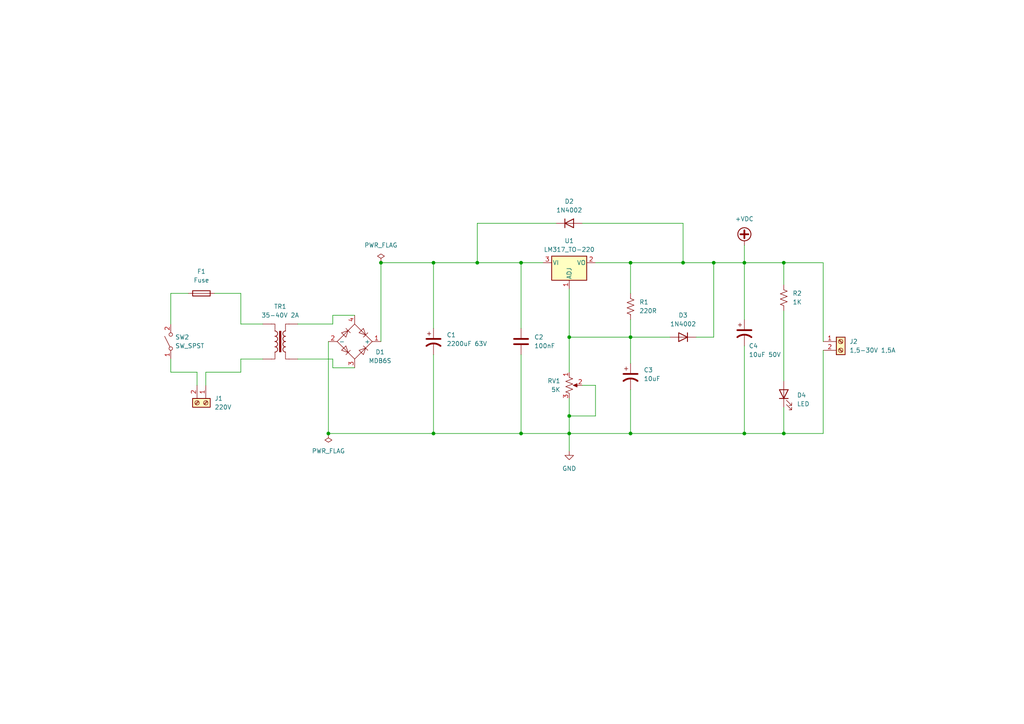
<source format=kicad_sch>
(kicad_sch (version 20250114) (generator "eeschema") (generator_version "9.0")
  (paper "A4")
  (lib_symbols
    (symbol "Connector:Screw_Terminal_01x02" (pin_names (offset 1.016) (hide yes))
      (property "Reference" "J" (at 0 2.54 0))
      (property "Value" "Screw_Terminal_01x02" (at 0 -5.08 0))
      (symbol "Screw_Terminal_01x02_1_1"
        (rectangle (start -1.27 1.27) (end 1.27 -3.81) (stroke (width 0.254)) (fill (type background)))
        (polyline (pts (xy -0.5334 0.3302) (xy 0.3302 -0.508)) (stroke (width 0.1524)))
        (polyline (pts (xy -0.5334 -2.2098) (xy 0.3302 -3.048)) (stroke (width 0.1524)))
        (polyline (pts (xy -0.3556 0.508) (xy 0.508 -0.3302)) (stroke (width 0.1524)))
        (polyline (pts (xy -0.3556 -2.032) (xy 0.508 -2.8702)) (stroke (width 0.1524)))
        (circle (center 0 0) (radius 0.635) (stroke (width 0.1524)))
        (circle (center 0 -2.54) (radius 0.635) (stroke (width 0.1524)))
        (pin passive line (at -5.08 0 0) (length 3.81) (name "Pin_1") (number "1"))
        (pin passive line (at -5.08 -2.54 0) (length 3.81) (name "Pin_2") (number "2"))
      )
    )
    (symbol "Device:C" (pin_numbers (hide yes)) (pin_names (offset 0.254))
      (property "Reference" "C" (at 0.635 2.54 0))
      (property "Value" "C" (at 0.635 -2.54 0))
      (symbol "C_0_1"
        (polyline (pts (xy -2.032 0.762) (xy 2.032 0.762)) (stroke (width 0.508)))
        (polyline (pts (xy -2.032 -0.762) (xy 2.032 -0.762)) (stroke (width 0.508)))
      )
      (symbol "C_1_1"
        (pin passive line (at 0 3.81 270) (length 2.794) (name "~") (number "1"))
        (pin passive line (at 0 -3.81 90) (length 2.794) (name "~") (number "2"))
      )
    )
    (symbol "Device:C_Polarized_US" (pin_numbers (hide yes)) (pin_names (offset 0.254) (hide yes))
      (property "Reference" "C" (at 0.635 2.54 0))
      (property "Value" "C_Polarized_US" (at 0.635 -2.54 0))
      (symbol "C_Polarized_US_0_1"
        (polyline (pts (xy -2.032 0.762) (xy 2.032 0.762)) (stroke (width 0.508)))
        (polyline (pts (xy -1.778 2.286) (xy -0.762 2.286)))
        (polyline (pts (xy -1.27 1.778) (xy -1.27 2.794)))
        (arc (start -2.032 -1.27) (mid 0 -0.5572) (end 2.032 -1.27) (stroke (width 0.508)))
      )
      (symbol "C_Polarized_US_1_1"
        (pin passive line (at 0 3.81 270) (length 2.794) (name "~") (number "1"))
        (pin passive line (at 0 -3.81 90) (length 3.302) (name "~") (number "2"))
      )
    )
    (symbol "Device:Fuse" (pin_numbers (hide yes)) (pin_names (offset 0))
      (property "Reference" "F" (at 2.032 0 90))
      (property "Value" "Fuse" (at -1.905 0 90))
      (symbol "Fuse_0_1"
        (rectangle (start -0.762 -2.54) (end 0.762 2.54) (stroke (width 0.254)))
        (polyline (pts (xy 0 2.54) (xy 0 -2.54)))
      )
      (symbol "Fuse_1_1"
        (pin passive line (at 0 3.81 270) (length 1.27) (name "~") (number "1"))
        (pin passive line (at 0 -3.81 90) (length 1.27) (name "~") (number "2"))
      )
    )
    (symbol "Device:LED" (pin_numbers (hide yes)) (pin_names (offset 1.016) (hide yes))
      (property "Reference" "D" (at 0 2.54 0))
      (property "Value" "LED" (at 0 -2.54 0))
      (symbol "LED_0_1"
        (polyline (pts (xy -3.048 -0.762) (xy -4.572 -2.286) (xy -3.81 -2.286) (xy -4.572 -2.286) (xy -4.572 -1.524)))
        (polyline (pts (xy -1.778 -0.762) (xy -3.302 -2.286) (xy -2.54 -2.286) (xy -3.302 -2.286) (xy -3.302 -1.524)))
        (polyline (pts (xy -1.27 0) (xy 1.27 0)))
        (polyline (pts (xy -1.27 -1.27) (xy -1.27 1.27)) (stroke (width 0.254)))
        (polyline (pts (xy 1.27 -1.27) (xy 1.27 1.27) (xy -1.27 0) (xy 1.27 -1.27)) (stroke (width 0.254)))
      )
      (symbol "LED_1_1"
        (pin passive line (at -3.81 0 0) (length 2.54) (name "K") (number "1"))
        (pin passive line (at 3.81 0 180) (length 2.54) (name "A") (number "2"))
      )
    )
    (symbol "Device:R_Potentiometer_US" (pin_names (offset 1.016) (hide yes))
      (property "Reference" "RV" (at -4.445 0 90))
      (property "Value" "R_Potentiometer_US" (at -2.54 0 90))
      (symbol "R_Potentiometer_US_0_1"
        (polyline (pts (xy 0 2.54) (xy 0 2.286)))
        (polyline (pts (xy 0 2.286) (xy 1.016 1.905) (xy 0 1.524) (xy -1.016 1.143) (xy 0 0.762)))
        (polyline (pts (xy 0 0.762) (xy 1.016 0.381) (xy 0 0) (xy -1.016 -0.381) (xy 0 -0.762)))
        (polyline (pts (xy 0 -0.762) (xy 1.016 -1.143) (xy 0 -1.524) (xy -1.016 -1.905) (xy 0 -2.286)))
        (polyline (pts (xy 0 -2.286) (xy 0 -2.54)))
        (polyline (pts (xy 1.143 0) (xy 2.286 0.508) (xy 2.286 -0.508) (xy 1.143 0)) (fill (type outline)))
        (polyline (pts (xy 2.54 0) (xy 1.524 0)))
      )
      (symbol "R_Potentiometer_US_1_1"
        (pin passive line (at 0 3.81 270) (length 1.27) (name "1") (number "1"))
        (pin passive line (at 0 -3.81 90) (length 1.27) (name "3") (number "3"))
        (pin passive line (at 3.81 0 180) (length 1.27) (name "2") (number "2"))
      )
    )
    (symbol "Device:R_US" (pin_numbers (hide yes)) (pin_names (offset 0))
      (property "Reference" "R" (at 2.54 0 90))
      (property "Value" "R_US" (at -2.54 0 90))
      (symbol "R_US_0_1"
        (polyline (pts (xy 0 2.286) (xy 0 2.54)))
        (polyline (pts (xy 0 2.286) (xy 1.016 1.905) (xy 0 1.524) (xy -1.016 1.143) (xy 0 0.762)))
        (polyline (pts (xy 0 0.762) (xy 1.016 0.381) (xy 0 0) (xy -1.016 -0.381) (xy 0 -0.762)))
        (polyline (pts (xy 0 -0.762) (xy 1.016 -1.143) (xy 0 -1.524) (xy -1.016 -1.905) (xy 0 -2.286)))
        (polyline (pts (xy 0 -2.286) (xy 0 -2.54)))
      )
      (symbol "R_US_1_1"
        (pin passive line (at 0 3.81 270) (length 1.27) (name "~") (number "1"))
        (pin passive line (at 0 -3.81 90) (length 1.27) (name "~") (number "2"))
      )
    )
    (symbol "Diode:1N4002" (pin_numbers (hide yes)) (pin_names (hide yes))
      (property "Reference" "D" (at 0 2.54 0))
      (property "Value" "1N4002" (at 0 -2.54 0))
      (symbol "1N4002_0_1"
        (polyline (pts (xy -1.27 1.27) (xy -1.27 -1.27)) (stroke (width 0.254)))
        (polyline (pts (xy 1.27 1.27) (xy 1.27 -1.27) (xy -1.27 0) (xy 1.27 1.27)) (stroke (width 0.254)))
        (polyline (pts (xy 1.27 0) (xy -1.27 0)))
      )
      (symbol "1N4002_1_1"
        (pin passive line (at -3.81 0 0) (length 2.54) (name "K") (number "1"))
        (pin passive line (at 3.81 0 180) (length 2.54) (name "A") (number "2"))
      )
    )
    (symbol "Diode_Bridge:MDB6S"
      (property "Reference" "D" (at 3.81 6.35 0))
      (property "Value" "MDB6S" (at 6.35 3.81 0))
      (symbol "MDB6S_1_1"
        (polyline (pts (xy -5.08 0) (xy 0 -5.08) (xy 5.08 0) (xy 0 5.08) (xy -5.08 0)))
        (polyline (pts (xy -3.81 2.54) (xy -2.54 1.27) (xy -1.905 3.175) (xy -3.81 2.54)))
        (polyline (pts (xy -2.54 3.81) (xy -1.27 2.54)))
        (polyline (pts (xy -2.54 -1.27) (xy -3.81 -2.54) (xy -1.905 -3.175) (xy -2.54 -1.27)))
        (polyline (pts (xy -1.27 -2.54) (xy -2.54 -3.81)))
        (polyline (pts (xy 1.27 2.54) (xy 2.54 3.81) (xy 3.175 1.905) (xy 1.27 2.54)))
        (polyline (pts (xy 2.54 1.27) (xy 3.81 2.54)))
        (polyline (pts (xy 2.54 -1.27) (xy 3.81 -2.54)))
        (polyline (pts (xy 3.175 -1.905) (xy 1.27 -2.54) (xy 2.54 -3.81) (xy 3.175 -1.905)))
        (pin passive line (at -7.62 0 0) (length 2.54) (name "-") (number "2"))
        (pin passive line (at 0 7.62 270) (length 2.54) (name "~") (number "4"))
        (pin passive line (at 0 -7.62 90) (length 2.54) (name "~") (number "3"))
        (pin passive line (at 7.62 0 180) (length 2.54) (name "+") (number "1"))
      )
    )
    (symbol "Regulator_Linear:LM317_TO-220" (pin_names (offset 0.254))
      (property "Reference" "U" (at -3.81 3.175 0))
      (property "Value" "LM317_TO-220" (at 0 3.175 0))
      (symbol "LM317_TO-220_0_1"
        (rectangle (start -5.08 1.905) (end 5.08 -5.08) (stroke (width 0.254)) (fill (type background)))
      )
      (symbol "LM317_TO-220_1_1"
        (pin power_in line (at -7.62 0 0) (length 2.54) (name "VI") (number "3"))
        (pin input line (at 0 -7.62 90) (length 2.54) (name "ADJ") (number "1"))
        (pin power_out line (at 7.62 0 180) (length 2.54) (name "VO") (number "2"))
      )
    )
    (symbol "Switch:SW_SPST" (pin_names (offset 0) (hide yes))
      (property "Reference" "SW" (at 0 3.175 0))
      (property "Value" "SW_SPST" (at 0 -2.54 0))
      (symbol "SW_SPST_0_0"
        (circle (center -2.032 0) (radius 0.508))
        (polyline (pts (xy -1.524 0.254) (xy 1.524 1.778)))
        (circle (center 2.032 0) (radius 0.508))
      )
      (symbol "SW_SPST_1_1"
        (pin passive line (at -5.08 0 0) (length 2.54) (name "A") (number "1"))
        (pin passive line (at 5.08 0 180) (length 2.54) (name "B") (number "2"))
      )
    )
    (symbol "Transformer:TRANSF1" (pin_numbers (hide yes)) (pin_names (offset 0))
      (property "Reference" "TR" (at 0 6.35 0))
      (property "Value" "TRANSF1" (at 0 -6.35 0))
      (symbol "TRANSF1_0_1"
        (polyline (pts (xy -2.54 5.08) (xy -1.524 5.08) (xy -1.524 3.048)) (stroke (width 0.1524)))
        (arc (start -1.524 3.048) (mid -0.7653 2.286) (end -1.524 1.524) (stroke (width 0.2032)))
        (arc (start -1.524 1.524) (mid -0.7653 0.762) (end -1.524 0) (stroke (width 0.2032)))
        (arc (start -1.524 0) (mid -0.7653 -0.762) (end -1.524 -1.524) (stroke (width 0.2032)))
        (arc (start -1.524 -1.524) (mid -0.7653 -2.286) (end -1.524 -3.048) (stroke (width 0.2032)))
        (polyline (pts (xy -1.524 -3.048) (xy -1.524 -5.08) (xy -2.54 -5.08)) (stroke (width 0.1524)))
        (rectangle (start -0.254 3.048) (end 0.254 -3.048) (stroke (width 0.0254)) (fill (type outline)))
        (polyline (pts (xy 1.524 3.048) (xy 1.524 5.08) (xy 2.54 5.08)) (stroke (width 0.1524)))
        (arc (start 1.524 1.524) (mid 0.7653 2.286) (end 1.524 3.048) (stroke (width 0.2032)))
        (arc (start 1.524 0) (mid 0.7653 0.762) (end 1.524 1.524) (stroke (width 0.2032)))
        (arc (start 1.524 -1.524) (mid 0.7653 -0.762) (end 1.524 0) (stroke (width 0.2032)))
        (arc (start 1.524 -3.048) (mid 0.7653 -2.286) (end 1.524 -1.524) (stroke (width 0.2032)))
        (polyline (pts (xy 2.54 -5.08) (xy 1.524 -5.08) (xy 1.524 -3.048)) (stroke (width 0.1524)))
      )
      (symbol "TRANSF1_1_1"
        (pin passive line (at -5.08 5.08 0) (length 2.54) (name "~") (number "1"))
        (pin passive line (at -5.08 -5.08 0) (length 2.54) (name "~") (number "2"))
        (pin passive line (at 5.08 5.08 180) (length 2.54) (name "~") (number "4"))
        (pin passive line (at 5.08 -5.08 180) (length 2.54) (name "~") (number "3"))
      )
    )
    (symbol "power:+VDC" (power) (pin_numbers (hide yes)) (pin_names (offset 0) (hide yes))
      (property "Value" "+VDC" (at 0 6.35 0))
      (symbol "+VDC_0_1"
        (polyline (pts (xy -1.143 3.175) (xy 1.143 3.175)) (stroke (width 0.508)))
        (circle (center 0 3.175) (radius 1.905) (stroke (width 0.254)))
        (polyline (pts (xy 0 2.032) (xy 0 4.318)) (stroke (width 0.508)))
        (polyline (pts (xy 0 0) (xy 0 1.27)))
      )
      (symbol "+VDC_1_1"
        (pin power_in line (at 0 0 90) (length 0) (name "~") (number "1"))
      )
    )
    (symbol "power:GND" (power) (pin_numbers (hide yes)) (pin_names (offset 0) (hide yes))
      (property "Value" "GND" (at 0 -3.81 0))
      (symbol "GND_0_1"
        (polyline (pts (xy 0 0) (xy 0 -1.27) (xy 1.27 -1.27) (xy 0 -2.54) (xy -1.27 -1.27) (xy 0 -1.27)))
      )
      (symbol "GND_1_1"
        (pin power_in line (at 0 0 270) (length 0) (name "~") (number "1"))
      )
    )
    (symbol "power:PWR_FLAG" (power) (pin_numbers (hide yes)) (pin_names (offset 0) (hide yes))
      (property "Value" "PWR_FLAG" (at 0 3.81 0))
      (symbol "PWR_FLAG_0_0"
        (pin power_out line (at 0 0 90) (length 0) (name "~") (number "1"))
      )
      (symbol "PWR_FLAG_0_1"
        (polyline (pts (xy 0 0) (xy 0 1.27) (xy -1.016 1.905) (xy 0 2.54) (xy 1.016 1.905) (xy 0 1.27)))
      )
    )
  )
  (junction (at 125.73 76.2))
  (junction (at 182.88 125.73))
  (junction (at 95.25 125.73))
  (junction (at 110.49 76.2))
  (junction (at 227.33 76.2))
  (junction (at 207.01 76.2))
  (junction (at 138.43 76.2))
  (junction (at 165.1 120.65))
  (junction (at 151.13 76.2))
  (junction (at 165.1 125.73))
  (junction (at 182.88 76.2))
  (junction (at 227.33 125.73))
  (junction (at 125.73 125.73))
  (junction (at 182.88 97.79))
  (junction (at 198.12 76.2))
  (junction (at 151.13 125.73))
  (junction (at 215.9 76.2))
  (junction (at 165.1 97.79))
  (junction (at 215.9 125.73))
  (wire (pts (xy 151.13 102.87) (xy 151.13 125.73)))
  (wire (pts (xy 165.1 120.65) (xy 165.1 125.73)))
  (wire (pts (xy 182.88 76.2) (xy 172.72 76.2)))
  (wire (pts (xy 227.33 76.2) (xy 215.9 76.2)))
  (wire (pts (xy 215.9 125.73) (xy 227.33 125.73)))
  (wire (pts (xy 165.1 97.79) (xy 165.1 107.95)))
  (wire (pts (xy 182.88 97.79) (xy 182.88 105.41)))
  (wire (pts (xy 161.29 64.77) (xy 138.43 64.77)))
  (wire (pts (xy 95.25 99.06) (xy 95.25 125.73)))
  (wire (pts (xy 59.69 111.76) (xy 59.69 107.95)))
  (wire (pts (xy 182.88 125.73) (xy 215.9 125.73)))
  (wire (pts (xy 49.53 104.14) (xy 49.53 107.95)))
  (wire (pts (xy 165.1 125.73) (xy 182.88 125.73)))
  (wire (pts (xy 198.12 76.2) (xy 182.88 76.2)))
  (wire (pts (xy 138.43 76.2) (xy 151.13 76.2)))
  (wire (pts (xy 227.33 90.17) (xy 227.33 110.49)))
  (wire (pts (xy 110.49 99.06) (xy 110.49 76.2)))
  (wire (pts (xy 227.33 76.2) (xy 227.33 82.55)))
  (wire (pts (xy 165.1 115.57) (xy 165.1 120.65)))
  (wire (pts (xy 182.88 97.79) (xy 194.31 97.79)))
  (wire (pts (xy 96.52 104.14) (xy 96.52 106.68)))
  (wire (pts (xy 238.76 99.06) (xy 238.76 76.2)))
  (wire (pts (xy 57.15 107.95) (xy 49.53 107.95)))
  (wire (pts (xy 215.9 100.33) (xy 215.9 125.73)))
  (wire (pts (xy 215.9 71.12) (xy 215.9 76.2)))
  (wire (pts (xy 49.53 85.09) (xy 54.61 85.09)))
  (wire (pts (xy 95.25 125.73) (xy 125.73 125.73)))
  (wire (pts (xy 86.36 93.98) (xy 96.52 93.98)))
  (wire (pts (xy 227.33 118.11) (xy 227.33 125.73)))
  (wire (pts (xy 69.85 104.14) (xy 76.2 104.14)))
  (wire (pts (xy 198.12 64.77) (xy 198.12 76.2)))
  (wire (pts (xy 49.53 85.09) (xy 49.53 93.98)))
  (wire (pts (xy 62.23 85.09) (xy 69.85 85.09)))
  (wire (pts (xy 201.93 97.79) (xy 207.01 97.79)))
  (wire (pts (xy 151.13 76.2) (xy 157.48 76.2)))
  (wire (pts (xy 125.73 76.2) (xy 125.73 95.25)))
  (wire (pts (xy 86.36 104.14) (xy 96.52 104.14)))
  (wire (pts (xy 96.52 106.68) (xy 102.87 106.68)))
  (wire (pts (xy 168.91 64.77) (xy 198.12 64.77)))
  (wire (pts (xy 69.85 93.98) (xy 76.2 93.98)))
  (wire (pts (xy 182.88 76.2) (xy 182.88 85.09)))
  (wire (pts (xy 227.33 125.73) (xy 238.76 125.73)))
  (wire (pts (xy 215.9 76.2) (xy 215.9 92.71)))
  (wire (pts (xy 215.9 76.2) (xy 207.01 76.2)))
  (wire (pts (xy 207.01 97.79) (xy 207.01 76.2)))
  (wire (pts (xy 59.69 107.95) (xy 69.85 107.95)))
  (wire (pts (xy 69.85 107.95) (xy 69.85 104.14)))
  (wire (pts (xy 151.13 76.2) (xy 151.13 95.25)))
  (wire (pts (xy 165.1 97.79) (xy 182.88 97.79)))
  (wire (pts (xy 69.85 85.09) (xy 69.85 93.98)))
  (wire (pts (xy 125.73 76.2) (xy 138.43 76.2)))
  (wire (pts (xy 57.15 111.76) (xy 57.15 107.95)))
  (wire (pts (xy 151.13 125.73) (xy 165.1 125.73)))
  (wire (pts (xy 172.72 111.76) (xy 172.72 120.65)))
  (wire (pts (xy 165.1 83.82) (xy 165.1 97.79)))
  (wire (pts (xy 182.88 113.03) (xy 182.88 125.73)))
  (wire (pts (xy 125.73 125.73) (xy 151.13 125.73)))
  (wire (pts (xy 110.49 76.2) (xy 125.73 76.2)))
  (wire (pts (xy 125.73 102.87) (xy 125.73 125.73)))
  (wire (pts (xy 207.01 76.2) (xy 198.12 76.2)))
  (wire (pts (xy 238.76 76.2) (xy 227.33 76.2)))
  (wire (pts (xy 238.76 125.73) (xy 238.76 101.6)))
  (wire (pts (xy 165.1 125.73) (xy 165.1 130.81)))
  (wire (pts (xy 182.88 92.71) (xy 182.88 97.79)))
  (wire (pts (xy 138.43 64.77) (xy 138.43 76.2)))
  (wire (pts (xy 96.52 93.98) (xy 96.52 91.44)))
  (wire (pts (xy 168.91 111.76) (xy 172.72 111.76)))
  (wire (pts (xy 96.52 91.44) (xy 102.87 91.44)))
  (wire (pts (xy 172.72 120.65) (xy 165.1 120.65)))
  (symbol (lib_id "Connector:Screw_Terminal_01x02") (at 243.84 99.06 0) (unit 1)
    (property "Reference" "J2" (at 246.38 99.0599 0) (effects (justify left)))
    (property "Value" "1,5-30V 1,5A" (at 246.38 101.5999 0) (effects (justify left)))
    (property "Footprint" "TerminalBlock_Phoenix:TerminalBlock_Phoenix_MKDS-1,5-2-5.08_1x02_P5.08mm_Horizontal" (effects (hide yes)))
    (property "Description" "Generic screw terminal, single row, 01x02, script generated (kicad-library-utils/schlib/autogen/connector/)" (effects (hide yes)))
  )
  (symbol (lib_id "Transformer:TRANSF1") (at 81.28 99.06 0) (unit 1)
    (property "Reference" "TR1" (at 81.28 88.9 0))
    (property "Value" "35-40V 2A" (at 81.28 91.44 0))
    (property "Footprint" "Transformer_THT:Transformer_Breve_TEZ-35x42" (effects (hide yes)))
  )
  (symbol (lib_id "power:PWR_FLAG") (at 95.25 125.73 180) (unit 1)
    (property "Reference" "#FLG02" (effects (hide yes)))
    (property "Value" "PWR_FLAG" (at 95.25 130.81 0))
    (property "Description" "Special symbol for telling ERC where power comes from" (effects (hide yes)))
  )
  (symbol (lib_id "Device:C_Polarized_US") (at 125.73 99.06 0) (unit 1)
    (property "Reference" "C1" (at 129.54 97.1549 0) (effects (justify left)))
    (property "Value" "2200uF 63V" (at 129.54 99.6949 0) (effects (justify left)))
    (property "Footprint" "Capacitor_THT:CP_Radial_D10.0mm_P5.00mm" (effects (hide yes)))
    (property "Description" "Polarized capacitor, US symbol" (effects (hide yes)))
  )
  (symbol (lib_id "Diode:1N4002") (at 198.12 97.79 180) (unit 1)
    (property "Reference" "D3" (at 198.12 91.44 0))
    (property "Value" "1N4002" (at 198.12 93.98 0))
    (property "Footprint" "Diode_THT:D_DO-41_SOD81_P10.16mm_Horizontal" (effects (hide yes)))
    (property "Datasheet" "http://www.vishay.com/docs/88503/1n4001.pdf" (effects (hide yes)))
    (property "Description" "100V 1A General Purpose Rectifier Diode, DO-41" (effects (hide yes)))
    (property "Sim.Device" "D" (effects (hide yes)))
    (property "Sim.Pins" "1=K 2=A" (effects (hide yes)))
  )
  (symbol (lib_id "Device:C_Polarized_US") (at 182.88 109.22 0) (unit 1)
    (property "Reference" "C3" (at 186.69 107.3149 0) (effects (justify left)))
    (property "Value" "10uF" (at 186.69 109.8549 0) (effects (justify left)))
    (property "Footprint" "Capacitor_THT:CP_Radial_D5.0mm_P2.00mm" (effects (hide yes)))
    (property "Description" "Polarized capacitor, US symbol" (effects (hide yes)))
  )
  (symbol (lib_id "power:+VDC") (at 215.9 71.12 0) (unit 1)
    (property "Reference" "#PWR01" (effects (hide yes)))
    (property "Value" "+VDC" (at 215.9 63.5 0))
    (property "Description" "Power symbol creates a global label with name \"+VDC\"" (effects (hide yes)))
  )
  (symbol (lib_id "Connector:Screw_Terminal_01x02") (at 59.69 116.84 270) (unit 1)
    (property "Reference" "J1" (at 62.23 115.5699 90) (effects (justify left)))
    (property "Value" "220V" (at 62.23 118.1099 90) (effects (justify left)))
    (property "Footprint" "TerminalBlock_Phoenix:TerminalBlock_Phoenix_MKDS-1,5-2-5.08_1x02_P5.08mm_Horizontal" (effects (hide yes)))
    (property "Description" "Generic screw terminal, single row, 01x02, script generated (kicad-library-utils/schlib/autogen/connector/)" (effects (hide yes)))
  )
  (symbol (lib_id "Device:C") (at 151.13 99.06 0) (unit 1)
    (property "Reference" "C2" (at 154.94 97.7899 0) (effects (justify left)))
    (property "Value" "100nF" (at 154.94 100.3299 0) (effects (justify left)))
    (property "Footprint" "Capacitor_THT:C_Disc_D5.0mm_W2.5mm_P2.50mm" (effects (hide yes)))
    (property "Description" "Unpolarized capacitor" (effects (hide yes)))
  )
  (symbol (lib_id "Device:Fuse") (at 58.42 85.09 90) (unit 1)
    (property "Reference" "F1" (at 58.42 78.74 90))
    (property "Value" "Fuse" (at 58.42 81.28 90))
    (property "Footprint" "Fuse:Fuseholder_Cylinder-5x20mm_Schurter_0031_8201_Horizontal_Open" (effects (hide yes)))
    (property "Description" "Fuse" (effects (hide yes)))
  )
  (symbol (lib_id "Device:R_US") (at 182.88 88.9 0) (unit 1)
    (property "Reference" "R1" (at 185.42 87.6299 0) (effects (justify left)))
    (property "Value" "220R" (at 185.42 90.1699 0) (effects (justify left)))
    (property "Footprint" "Resistor_THT:R_Axial_DIN0207_L6.3mm_D2.5mm_P10.16mm_Horizontal" (effects (hide yes)))
    (property "Description" "Resistor, US symbol" (effects (hide yes)))
  )
  (symbol (lib_id "Diode:1N4002") (at 165.1 64.77 0) (unit 1)
    (property "Reference" "D2" (at 165.1 58.42 0))
    (property "Value" "1N4002" (at 165.1 60.96 0))
    (property "Footprint" "Diode_THT:D_DO-41_SOD81_P10.16mm_Horizontal" (effects (hide yes)))
    (property "Datasheet" "http://www.vishay.com/docs/88503/1n4001.pdf" (effects (hide yes)))
    (property "Description" "100V 1A General Purpose Rectifier Diode, DO-41" (effects (hide yes)))
    (property "Sim.Device" "D" (effects (hide yes)))
    (property "Sim.Pins" "1=K 2=A" (effects (hide yes)))
  )
  (symbol (lib_id "Device:C_Polarized_US") (at 215.9 96.52 0) (unit 1)
    (property "Reference" "C4" (at 217.17 100.33 0) (effects (justify left)))
    (property "Value" "10uF 50V" (at 217.17 102.87 0) (effects (justify left)))
    (property "Footprint" "Capacitor_THT:CP_Radial_D5.0mm_P2.00mm" (effects (hide yes)))
    (property "Description" "Polarized capacitor, US symbol" (effects (hide yes)))
  )
  (symbol (lib_id "Regulator_Linear:LM317_TO-220") (at 165.1 76.2 0) (unit 1)
    (property "Reference" "U1" (at 165.1 69.85 0))
    (property "Value" "LM317_TO-220" (at 165.1 72.39 0))
    (property "Footprint" "Package_TO_SOT_THT:TO-220-3_Vertical" (effects (hide yes)))
    (property "Datasheet" "http://www.ti.com/lit/ds/symlink/lm317.pdf" (effects (hide yes)))
    (property "Description" "1.5A 35V Adjustable Linear Regulator, TO-220" (effects (hide yes)))
  )
  (symbol (lib_id "power:PWR_FLAG") (at 110.49 76.2 0) (unit 1)
    (property "Reference" "#FLG01" (effects (hide yes)))
    (property "Value" "PWR_FLAG" (at 110.49 71.12 0))
    (property "Description" "Special symbol for telling ERC where power comes from" (effects (hide yes)))
  )
  (symbol (lib_id "Device:R_Potentiometer_US") (at 165.1 111.76 0) (unit 1)
    (property "Reference" "RV1" (at 162.56 110.4899 0) (effects (justify right)))
    (property "Value" "5K" (at 162.56 113.0299 0) (effects (justify right)))
    (property "Footprint" "Potentiometer_THT:Potentiometer_Piher_T-16H_Single_Horizontal" (effects (hide yes)))
    (property "Description" "Potentiometer, US symbol" (effects (hide yes)))
  )
  (symbol (lib_id "Switch:SW_SPST") (at 49.53 99.06 90) (unit 1)
    (property "Reference" "SW2" (at 50.8 97.7899 90) (effects (justify right)))
    (property "Value" "SW_SPST" (at 50.8 100.3299 90) (effects (justify right)))
    (property "Footprint" "Button_Switch_THT:SW_E-Switch_EG1224_SPDT_Angled" (effects (hide yes)))
    (property "Description" "Single Pole Single Throw (SPST) switch" (effects (hide yes)))
  )
  (symbol (lib_id "Device:R_US") (at 227.33 86.36 0) (unit 1)
    (property "Reference" "R2" (at 229.87 85.0899 0) (effects (justify left)))
    (property "Value" "1K" (at 229.87 87.6299 0) (effects (justify left)))
    (property "Footprint" "Resistor_THT:R_Axial_DIN0207_L6.3mm_D2.5mm_P10.16mm_Horizontal" (effects (hide yes)))
    (property "Description" "Resistor, US symbol" (effects (hide yes)))
  )
  (symbol (lib_id "Device:LED") (at 227.33 114.3 90) (unit 1)
    (property "Reference" "D4" (at 231.14 114.6174 90) (effects (justify right)))
    (property "Value" "LED" (at 231.14 117.1574 90) (effects (justify right)))
    (property "Footprint" "LED_THT:LED_D5.0mm_Horizontal_O3.81mm_Z9.0mm" (effects (hide yes)))
    (property "Description" "Light emitting diode" (effects (hide yes)))
    (property "Sim.Pins" "1=K 2=A" (effects (hide yes)))
  )
  (symbol (lib_id "power:GND") (at 165.1 130.81 0) (unit 1)
    (property "Reference" "#PWR02" (effects (hide yes)))
    (property "Value" "GND" (at 165.1 135.89 0))
    (property "Description" "Power symbol creates a global label with name \"GND\" , ground" (effects (hide yes)))
  )
  (symbol (lib_id "Diode_Bridge:MDB6S") (at 102.87 99.06 0) (unit 1)
    (property "Reference" "D1" (at 110.236 102.108 0))
    (property "Value" "MDB6S" (at 110.236 104.648 0))
    (property "Footprint" "Package_SO:TSSOP-4_4.4x5mm_P4mm" (effects (hide yes)))
    (property "Datasheet" "https://www.onsemi.com/pub/Collateral/MDB8S-D.PDF" (effects (hide yes)))
    (property "Description" "Single-Phase Bridge Rectifier, 420V Vrms, 1A If, TSSOP-4" (effects (hide yes)))
  )
)
</source>
